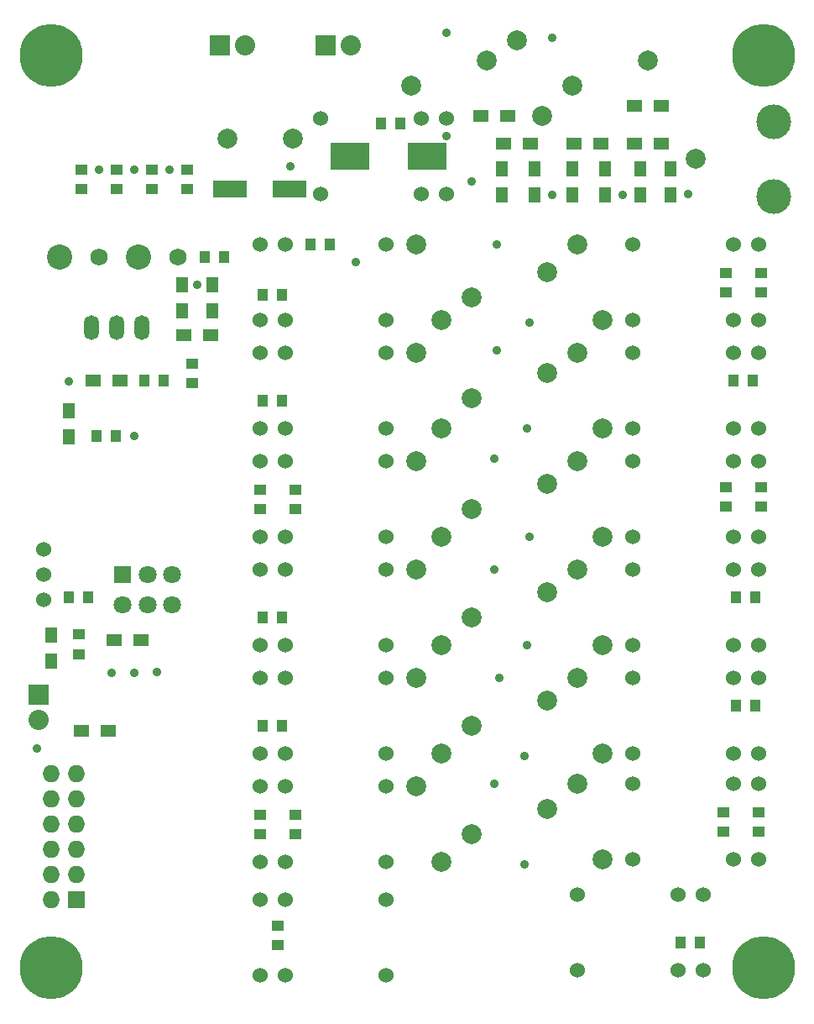
<source format=gbs>
%FSLAX46Y46*%
G04 Gerber Fmt 4.6, Leading zero omitted, Abs format (unit mm)*
G04 Created by KiCad (PCBNEW (2014-10-27 BZR 5228)-product) date 05/09/2015 11:13:03*
%MOMM*%
G01*
G04 APERTURE LIST*
%ADD10C,0.100000*%
%ADD11R,1.000000X1.250000*%
%ADD12R,1.250000X1.000000*%
%ADD13C,3.500000*%
%ADD14C,2.000000*%
%ADD15C,1.524000*%
%ADD16R,1.300000X1.500000*%
%ADD17R,1.500000X1.300000*%
%ADD18C,6.350000*%
%ADD19R,2.032000X2.032000*%
%ADD20O,2.032000X2.032000*%
%ADD21O,1.501140X2.499360*%
%ADD22C,2.540000*%
%ADD23C,1.727200*%
%ADD24R,4.000500X2.700020*%
%ADD25R,3.500120X1.800860*%
%ADD26C,1.998980*%
%ADD27R,1.727200X1.727200*%
%ADD28O,1.727200X1.727200*%
%ADD29R,1.800000X1.800000*%
%ADD30C,1.800000*%
%ADD31C,0.889000*%
G04 APERTURE END LIST*
D10*
D11*
X128540000Y-71882000D03*
X130540000Y-71882000D03*
X125714000Y-77470000D03*
X123714000Y-77470000D03*
X152416000Y-45974000D03*
X154416000Y-45974000D03*
X134636000Y-59436000D03*
X136636000Y-59436000D03*
D12*
X125730000Y-50562000D03*
X125730000Y-52562000D03*
X132842000Y-50562000D03*
X132842000Y-52562000D03*
X122174000Y-50562000D03*
X122174000Y-52562000D03*
D13*
X192024000Y-53330000D03*
X192024000Y-45730000D03*
D14*
X184224000Y-49530000D03*
D15*
X118364000Y-91440000D03*
X118364000Y-93980000D03*
X118364000Y-88900000D03*
D16*
X178562000Y-53166000D03*
X178562000Y-50466000D03*
X175006000Y-53166000D03*
X175006000Y-50466000D03*
D17*
X171878000Y-48006000D03*
X174578000Y-48006000D03*
D16*
X171704000Y-53166000D03*
X171704000Y-50466000D03*
X135382000Y-62150000D03*
X135382000Y-64850000D03*
D17*
X132508000Y-67310000D03*
X135208000Y-67310000D03*
D16*
X132334000Y-62150000D03*
X132334000Y-64850000D03*
D17*
X180674000Y-44196000D03*
X177974000Y-44196000D03*
D16*
X181610000Y-53166000D03*
X181610000Y-50466000D03*
D17*
X177974000Y-48006000D03*
X180674000Y-48006000D03*
D18*
X191008000Y-39116000D03*
X119126000Y-39116000D03*
X191008000Y-131064000D03*
X119126000Y-131064000D03*
D19*
X117856000Y-103505000D03*
D20*
X117856000Y-106045000D03*
D17*
X123364000Y-71882000D03*
X126064000Y-71882000D03*
D16*
X120904000Y-74850000D03*
X120904000Y-77550000D03*
D12*
X129286000Y-50562000D03*
X129286000Y-52562000D03*
D15*
X159004000Y-45466000D03*
X156464000Y-45466000D03*
X146304000Y-45466000D03*
X146304000Y-53086000D03*
X159004000Y-53086000D03*
X156464000Y-53086000D03*
X140208000Y-65786000D03*
X142748000Y-65786000D03*
X152908000Y-65786000D03*
X152908000Y-58166000D03*
X140208000Y-58166000D03*
X142748000Y-58166000D03*
X140208000Y-76708000D03*
X142748000Y-76708000D03*
X152908000Y-76708000D03*
X152908000Y-69088000D03*
X140208000Y-69088000D03*
X142748000Y-69088000D03*
X140208000Y-87630000D03*
X142748000Y-87630000D03*
X152908000Y-87630000D03*
X152908000Y-80010000D03*
X140208000Y-80010000D03*
X142748000Y-80010000D03*
X140208000Y-98552000D03*
X142748000Y-98552000D03*
X152908000Y-98552000D03*
X152908000Y-90932000D03*
X140208000Y-90932000D03*
X142748000Y-90932000D03*
X140208000Y-109474000D03*
X142748000Y-109474000D03*
X152908000Y-109474000D03*
X152908000Y-101854000D03*
X140208000Y-101854000D03*
X142748000Y-101854000D03*
X140208000Y-120396000D03*
X142748000Y-120396000D03*
X152908000Y-120396000D03*
X152908000Y-112776000D03*
X140208000Y-112776000D03*
X142748000Y-112776000D03*
X140208000Y-131826000D03*
X142748000Y-131826000D03*
X152908000Y-131826000D03*
X152908000Y-124206000D03*
X140208000Y-124206000D03*
X142748000Y-124206000D03*
X190500000Y-58166000D03*
X187960000Y-58166000D03*
X177800000Y-58166000D03*
X177800000Y-65786000D03*
X190500000Y-65786000D03*
X187960000Y-65786000D03*
X190500000Y-69088000D03*
X187960000Y-69088000D03*
X177800000Y-69088000D03*
X177800000Y-76708000D03*
X190500000Y-76708000D03*
X187960000Y-76708000D03*
X190500000Y-80010000D03*
X187960000Y-80010000D03*
X177800000Y-80010000D03*
X177800000Y-87630000D03*
X190500000Y-87630000D03*
X187960000Y-87630000D03*
X190500000Y-90932000D03*
X187960000Y-90932000D03*
X177800000Y-90932000D03*
X177800000Y-98552000D03*
X190500000Y-98552000D03*
X187960000Y-98552000D03*
X190500000Y-101854000D03*
X187960000Y-101854000D03*
X177800000Y-101854000D03*
X177800000Y-109474000D03*
X190500000Y-109474000D03*
X187960000Y-109474000D03*
X190500000Y-112522000D03*
X187960000Y-112522000D03*
X177800000Y-112522000D03*
X177800000Y-120142000D03*
X190500000Y-120142000D03*
X187960000Y-120142000D03*
D19*
X146812000Y-38100000D03*
D20*
X149352000Y-38100000D03*
D19*
X136144000Y-38100000D03*
D20*
X138684000Y-38100000D03*
D21*
X125730000Y-66548000D03*
X128270000Y-66548000D03*
X123190000Y-66548000D03*
D22*
X119984000Y-59436000D03*
D23*
X123984000Y-59436000D03*
D22*
X127984000Y-59436000D03*
D23*
X131984000Y-59436000D03*
D24*
X157050740Y-49276000D03*
X149273260Y-49276000D03*
D25*
X143207740Y-52578000D03*
X137208260Y-52578000D03*
D11*
X147304000Y-58166000D03*
X145304000Y-58166000D03*
D26*
X179324000Y-39624000D03*
X171704000Y-42164000D03*
X168656000Y-45212000D03*
X166116000Y-37592000D03*
X155956000Y-58166000D03*
X158496000Y-65786000D03*
X155956000Y-69088000D03*
X158496000Y-76708000D03*
X155956000Y-80010000D03*
X158496000Y-87630000D03*
X155956000Y-90932000D03*
X158496000Y-98552000D03*
X155956000Y-101854000D03*
X158496000Y-109474000D03*
X155956000Y-112776000D03*
X158496000Y-120396000D03*
X161544000Y-63500000D03*
X169164000Y-60960000D03*
X161544000Y-73660000D03*
X169164000Y-71120000D03*
X161544000Y-84836000D03*
X169164000Y-82296000D03*
X161544000Y-95758000D03*
X169164000Y-93218000D03*
X161544000Y-106680000D03*
X169164000Y-104140000D03*
X161544000Y-117602000D03*
X169164000Y-115062000D03*
X172212000Y-58166000D03*
X174752000Y-65786000D03*
X172212000Y-69088000D03*
X174752000Y-76708000D03*
X172212000Y-80010000D03*
X174752000Y-87630000D03*
X172212000Y-90932000D03*
X174752000Y-98552000D03*
X172212000Y-101854000D03*
X174752000Y-109474000D03*
X172212000Y-112522000D03*
X174752000Y-120142000D03*
X143507460Y-47498000D03*
X136908540Y-47498000D03*
X163068000Y-39624000D03*
X155448000Y-42164000D03*
D12*
X190754000Y-62976000D03*
X190754000Y-60976000D03*
X190500000Y-117332000D03*
X190500000Y-115332000D03*
X140208000Y-115586000D03*
X140208000Y-117586000D03*
X140208000Y-82820000D03*
X140208000Y-84820000D03*
X190754000Y-84566000D03*
X190754000Y-82566000D03*
X187198000Y-62976000D03*
X187198000Y-60976000D03*
D11*
X189976000Y-71882000D03*
X187976000Y-71882000D03*
D12*
X187198000Y-84566000D03*
X187198000Y-82566000D03*
D11*
X190230000Y-93726000D03*
X188230000Y-93726000D03*
X190230000Y-104648000D03*
X188230000Y-104648000D03*
D12*
X186944000Y-117332000D03*
X186944000Y-115332000D03*
D11*
X140478000Y-63246000D03*
X142478000Y-63246000D03*
X140478000Y-73914000D03*
X142478000Y-73914000D03*
D12*
X143764000Y-82820000D03*
X143764000Y-84820000D03*
D11*
X140478000Y-95758000D03*
X142478000Y-95758000D03*
X140478000Y-106680000D03*
X142478000Y-106680000D03*
D12*
X143764000Y-115586000D03*
X143764000Y-117586000D03*
X141986000Y-126762000D03*
X141986000Y-128762000D03*
D16*
X167894000Y-53166000D03*
X167894000Y-50466000D03*
D17*
X164766000Y-48006000D03*
X167466000Y-48006000D03*
D16*
X164592000Y-53166000D03*
X164592000Y-50466000D03*
D17*
X162480000Y-45212000D03*
X165180000Y-45212000D03*
D11*
X184642000Y-128524000D03*
X182642000Y-128524000D03*
D15*
X184912000Y-123698000D03*
X182372000Y-123698000D03*
X172212000Y-123698000D03*
X172212000Y-131318000D03*
X184912000Y-131318000D03*
X182372000Y-131318000D03*
D12*
X121920000Y-99425000D03*
X121920000Y-97425000D03*
X133350000Y-72120000D03*
X133350000Y-70120000D03*
D11*
X120920000Y-93726000D03*
X122920000Y-93726000D03*
D17*
X124921000Y-107188000D03*
X122221000Y-107188000D03*
D16*
X119126000Y-97456000D03*
X119126000Y-100156000D03*
D17*
X125523000Y-98044000D03*
X128223000Y-98044000D03*
D27*
X121666000Y-124206000D03*
D28*
X119126000Y-124206000D03*
X121666000Y-121666000D03*
X119126000Y-121666000D03*
X121666000Y-119126000D03*
X119126000Y-119126000D03*
X121666000Y-116586000D03*
X119126000Y-116586000D03*
X121666000Y-114046000D03*
X119126000Y-114046000D03*
X121666000Y-111506000D03*
X119126000Y-111506000D03*
D29*
X126365000Y-91440000D03*
D30*
X128865000Y-91440000D03*
X126365000Y-94440000D03*
X131365000Y-91440000D03*
X131365000Y-94440000D03*
X128865000Y-94440000D03*
D31*
X127508000Y-77470000D03*
X133858000Y-62230000D03*
X169672000Y-37338000D03*
X131064000Y-50562000D03*
X127508000Y-50562000D03*
X123952000Y-50562000D03*
X164084000Y-58166000D03*
X167386000Y-66040000D03*
X167132000Y-76708000D03*
X163830000Y-79756000D03*
X164084000Y-68834000D03*
X167386000Y-87630000D03*
X163830000Y-90932000D03*
X167132000Y-98552000D03*
X164338000Y-101854000D03*
X166878000Y-109728000D03*
X163830000Y-112522000D03*
X166878000Y-120650000D03*
X143256000Y-50292000D03*
X159004000Y-36830000D03*
X183388000Y-53086000D03*
X159004000Y-47244000D03*
X169672000Y-53166000D03*
X176784000Y-53166000D03*
X161544000Y-51816000D03*
X149860000Y-59944000D03*
X117729000Y-108966000D03*
X120904000Y-71962000D03*
X125222000Y-101346000D03*
X127508000Y-101346000D03*
X129794000Y-101219000D03*
M02*

</source>
